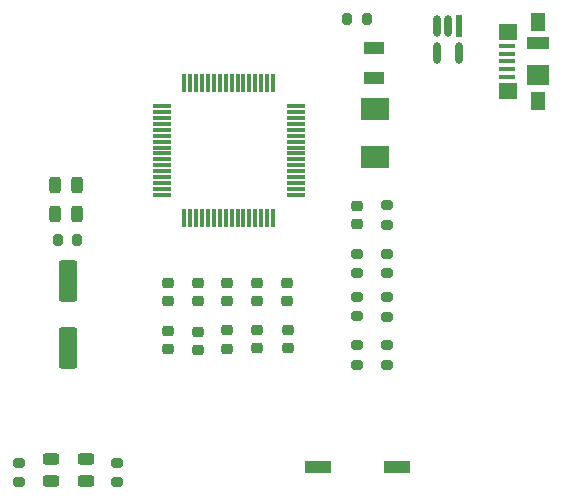
<source format=gbr>
%TF.GenerationSoftware,KiCad,Pcbnew,7.0.1*%
%TF.CreationDate,2023-06-01T09:44:18-03:00*%
%TF.ProjectId,BitBangARM,42697442-616e-4674-9152-4d2e6b696361,rev?*%
%TF.SameCoordinates,Original*%
%TF.FileFunction,Paste,Top*%
%TF.FilePolarity,Positive*%
%FSLAX46Y46*%
G04 Gerber Fmt 4.6, Leading zero omitted, Abs format (unit mm)*
G04 Created by KiCad (PCBNEW 7.0.1) date 2023-06-01 09:44:18*
%MOMM*%
%LPD*%
G01*
G04 APERTURE LIST*
G04 Aperture macros list*
%AMRoundRect*
0 Rectangle with rounded corners*
0 $1 Rounding radius*
0 $2 $3 $4 $5 $6 $7 $8 $9 X,Y pos of 4 corners*
0 Add a 4 corners polygon primitive as box body*
4,1,4,$2,$3,$4,$5,$6,$7,$8,$9,$2,$3,0*
0 Add four circle primitives for the rounded corners*
1,1,$1+$1,$2,$3*
1,1,$1+$1,$4,$5*
1,1,$1+$1,$6,$7*
1,1,$1+$1,$8,$9*
0 Add four rect primitives between the rounded corners*
20,1,$1+$1,$2,$3,$4,$5,0*
20,1,$1+$1,$4,$5,$6,$7,0*
20,1,$1+$1,$6,$7,$8,$9,0*
20,1,$1+$1,$8,$9,$2,$3,0*%
G04 Aperture macros list end*
%ADD10RoundRect,0.200000X0.275000X-0.200000X0.275000X0.200000X-0.275000X0.200000X-0.275000X-0.200000X0*%
%ADD11RoundRect,0.243750X0.456250X-0.243750X0.456250X0.243750X-0.456250X0.243750X-0.456250X-0.243750X0*%
%ADD12R,2.160000X1.120000*%
%ADD13RoundRect,0.200000X-0.275000X0.200000X-0.275000X-0.200000X0.275000X-0.200000X0.275000X0.200000X0*%
%ADD14RoundRect,0.225000X-0.250000X0.225000X-0.250000X-0.225000X0.250000X-0.225000X0.250000X0.225000X0*%
%ADD15RoundRect,0.225000X0.250000X-0.225000X0.250000X0.225000X-0.250000X0.225000X-0.250000X-0.225000X0*%
%ADD16R,1.380000X0.450000*%
%ADD17R,1.300000X1.650000*%
%ADD18R,1.550000X1.425000*%
%ADD19R,1.900000X1.800000*%
%ADD20R,1.900000X1.000000*%
%ADD21RoundRect,0.075000X0.700000X0.075000X-0.700000X0.075000X-0.700000X-0.075000X0.700000X-0.075000X0*%
%ADD22RoundRect,0.075000X0.075000X0.700000X-0.075000X0.700000X-0.075000X-0.700000X0.075000X-0.700000X0*%
%ADD23RoundRect,0.304904X0.000001X0.622165X0.000001X-0.622165X-0.000001X-0.622165X-0.000001X0.622165X0*%
%ADD24R,0.609807X1.854139*%
%ADD25RoundRect,0.200000X-0.200000X-0.275000X0.200000X-0.275000X0.200000X0.275000X-0.200000X0.275000X0*%
%ADD26RoundRect,0.243750X-0.243750X-0.456250X0.243750X-0.456250X0.243750X0.456250X-0.243750X0.456250X0*%
%ADD27R,2.400000X1.900000*%
%ADD28RoundRect,0.250000X0.550000X-1.500000X0.550000X1.500000X-0.550000X1.500000X-0.550000X-1.500000X0*%
%ADD29R,1.800000X1.000000*%
G04 APERTURE END LIST*
D10*
%TO.C,R11*%
X143386500Y-127589100D03*
X143386500Y-125939100D03*
%TD*%
%TO.C,R10*%
X135111500Y-127589100D03*
X135111500Y-125939100D03*
%TD*%
D11*
%TO.C,D5*%
X140761500Y-127501600D03*
X140761500Y-125626600D03*
%TD*%
%TO.C,D4*%
X137786500Y-127464100D03*
X137786500Y-125589100D03*
%TD*%
D12*
%TO.C,SW1*%
X167151500Y-126264100D03*
X160421500Y-126264100D03*
%TD*%
D13*
%TO.C,R5*%
X166286500Y-111914100D03*
X166286500Y-113564100D03*
%TD*%
D14*
%TO.C,C16*%
X155241500Y-110714100D03*
X155241500Y-112264100D03*
%TD*%
D10*
%TO.C,R4*%
X163761500Y-113539100D03*
X163761500Y-111889100D03*
%TD*%
D13*
%TO.C,R9*%
X166254500Y-104137100D03*
X166254500Y-105787100D03*
%TD*%
D10*
%TO.C,R8*%
X166286500Y-117614100D03*
X166286500Y-115964100D03*
%TD*%
D15*
%TO.C,C10*%
X157841500Y-112264100D03*
X157841500Y-110714100D03*
%TD*%
D16*
%TO.C,J1*%
X176401500Y-93251600D03*
X176401500Y-92601600D03*
X176401500Y-91951600D03*
X176401500Y-91301600D03*
X176401500Y-90651600D03*
D17*
X179061500Y-95326600D03*
D18*
X176486500Y-94439100D03*
D19*
X179061500Y-93101600D03*
D20*
X179061500Y-90401600D03*
D18*
X176486500Y-89464100D03*
D17*
X179061500Y-88576600D03*
%TD*%
D15*
%TO.C,C17*%
X152741500Y-116274100D03*
X152741500Y-114724100D03*
%TD*%
D21*
%TO.C,U3*%
X158536500Y-103239100D03*
X158536500Y-102739100D03*
X158536500Y-102239100D03*
X158536500Y-101739100D03*
X158536500Y-101239100D03*
X158536500Y-100739100D03*
X158536500Y-100239100D03*
X158536500Y-99739100D03*
X158536500Y-99239100D03*
X158536500Y-98739100D03*
X158536500Y-98239100D03*
X158536500Y-97739100D03*
X158536500Y-97239100D03*
X158536500Y-96739100D03*
X158536500Y-96239100D03*
X158536500Y-95739100D03*
D22*
X156611500Y-93814100D03*
X156111500Y-93814100D03*
X155611500Y-93814100D03*
X155111500Y-93814100D03*
X154611500Y-93814100D03*
X154111500Y-93814100D03*
X153611500Y-93814100D03*
X153111500Y-93814100D03*
X152611500Y-93814100D03*
X152111500Y-93814100D03*
X151611500Y-93814100D03*
X151111500Y-93814100D03*
X150611500Y-93814100D03*
X150111500Y-93814100D03*
X149611500Y-93814100D03*
X149111500Y-93814100D03*
D21*
X147186500Y-95739100D03*
X147186500Y-96239100D03*
X147186500Y-96739100D03*
X147186500Y-97239100D03*
X147186500Y-97739100D03*
X147186500Y-98239100D03*
X147186500Y-98739100D03*
X147186500Y-99239100D03*
X147186500Y-99739100D03*
X147186500Y-100239100D03*
X147186500Y-100739100D03*
X147186500Y-101239100D03*
X147186500Y-101739100D03*
X147186500Y-102239100D03*
X147186500Y-102739100D03*
X147186500Y-103239100D03*
D22*
X149111500Y-105164100D03*
X149611500Y-105164100D03*
X150111500Y-105164100D03*
X150611500Y-105164100D03*
X151111500Y-105164100D03*
X151611500Y-105164100D03*
X152111500Y-105164100D03*
X152611500Y-105164100D03*
X153111500Y-105164100D03*
X153611500Y-105164100D03*
X154111500Y-105164100D03*
X154611500Y-105164100D03*
X155111500Y-105164100D03*
X155611500Y-105164100D03*
X156111500Y-105164100D03*
X156611500Y-105164100D03*
%TD*%
D23*
%TO.C,U2*%
X172361500Y-91214118D03*
X170461499Y-91214118D03*
X170461499Y-88963283D03*
X171411499Y-88963283D03*
D24*
X172361500Y-88963283D03*
%TD*%
D25*
%TO.C,R7*%
X138411500Y-107039100D03*
X140061500Y-107039100D03*
%TD*%
D15*
%TO.C,C8*%
X147741500Y-112264100D03*
X147741500Y-110714100D03*
%TD*%
%TO.C,C5*%
X147761500Y-116289100D03*
X147761500Y-114739100D03*
%TD*%
D10*
%TO.C,R1*%
X166279500Y-109887100D03*
X166279500Y-108237100D03*
%TD*%
D26*
%TO.C,D3*%
X138131500Y-102389100D03*
X140006500Y-102389100D03*
%TD*%
D15*
%TO.C,C9*%
X150241500Y-112264100D03*
X150241500Y-110714100D03*
%TD*%
D14*
%TO.C,C19*%
X157861500Y-114689100D03*
X157861500Y-116239100D03*
%TD*%
D10*
%TO.C,R2*%
X163769500Y-109887100D03*
X163769500Y-108237100D03*
%TD*%
D26*
%TO.C,D1*%
X138131500Y-104889100D03*
X140006500Y-104889100D03*
%TD*%
D27*
%TO.C,Y4*%
X165236500Y-95939100D03*
X165236500Y-100039100D03*
%TD*%
D14*
%TO.C,C14*%
X163729500Y-104187100D03*
X163729500Y-105737100D03*
%TD*%
D15*
%TO.C,C11*%
X155241500Y-116239100D03*
X155241500Y-114689100D03*
%TD*%
D25*
%TO.C,R6*%
X162886500Y-88364100D03*
X164536500Y-88364100D03*
%TD*%
D14*
%TO.C,C12*%
X150236500Y-114821100D03*
X150236500Y-116371100D03*
%TD*%
D28*
%TO.C,C13*%
X139266500Y-116176100D03*
X139266500Y-110576100D03*
%TD*%
D29*
%TO.C,Y3*%
X165186500Y-93314100D03*
X165186500Y-90814100D03*
%TD*%
D14*
%TO.C,C15*%
X152741500Y-110714100D03*
X152741500Y-112264100D03*
%TD*%
D10*
%TO.C,R3*%
X163761500Y-117614100D03*
X163761500Y-115964100D03*
%TD*%
M02*

</source>
